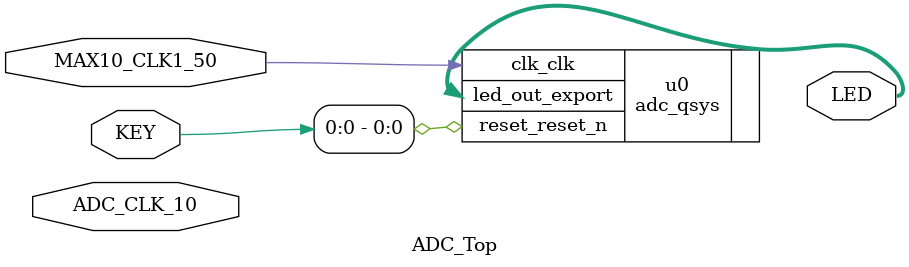
<source format=v>

module ADC_Top(

	//////////// CLOCKS //////////
	input 		          		ADC_CLK_10,
	input 		          		MAX10_CLK1_50,

	//////////// Buttons //////////
	input 		     [1:0]		KEY,

	//////////// LED //////////
	output		     [7:0]		LED

);


//Instantiate the Qsys System

    adc_qsys u0 (
        .clk_clk                              (MAX10_CLK1_50),       // clk.clk
        .reset_reset_n                        (KEY[0]),              // reset.reset_n
		  .led_out_export 							 (LED) 						// led_out.export
	  );

endmodule

</source>
